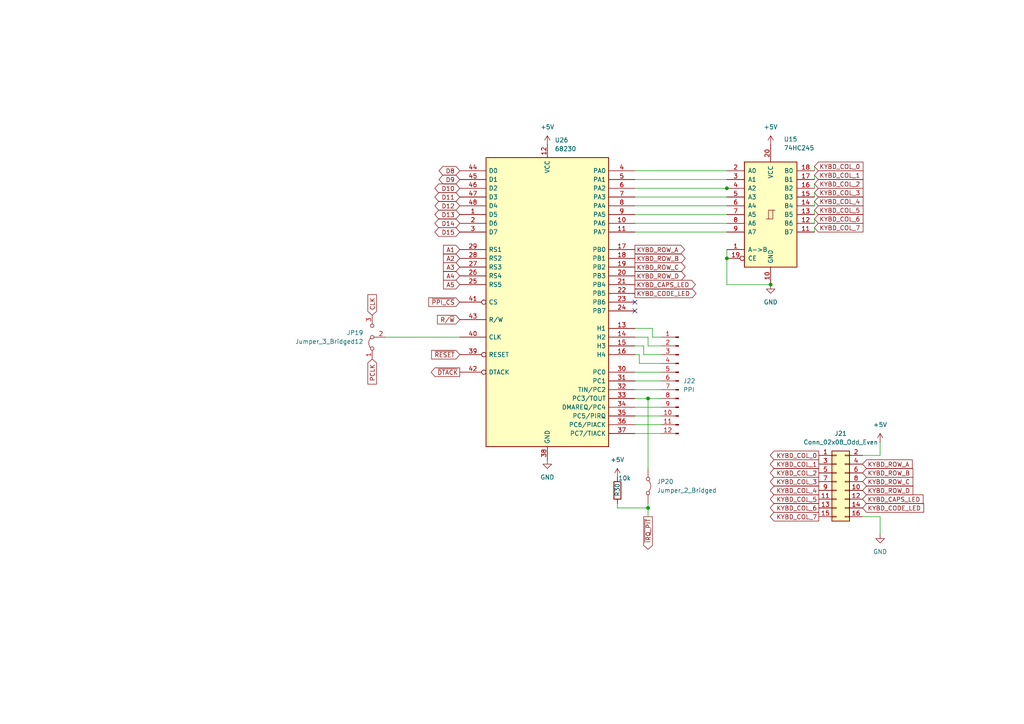
<source format=kicad_sch>
(kicad_sch (version 20250114) (generator "eeschema") (generator_version "9.0")
  (paper "A4")
  (lib_symbols
    (symbol "+5V_1" (power) (pin_numbers (hide yes)) (pin_names (offset 0) (hide yes))
      (property "Value" "+5V" (at 0 3.556 0))
      (symbol "+5V_1_0_1"
        (polyline (pts (xy -0.762 1.27) (xy 0 2.54)))
        (polyline (pts (xy 0 2.54) (xy 0.762 1.27)))
        (polyline (pts (xy 0 0) (xy 0 2.54)))
      )
      (symbol "+5V_1_1_1"
        (pin power_in line (at 0 0 90) (length 0) (name "~") (number "1"))
      )
    )
    (symbol "74xx:74HC245" (pin_names (offset 1.016))
      (property "Reference" "U" (at -7.62 16.51 0))
      (property "Value" "74HC245" (at -7.62 -16.51 0))
      (symbol "74HC245_1_0"
        (polyline (pts (xy -1.27 -1.27) (xy 0.635 -1.27) (xy 0.635 1.27) (xy 1.27 1.27)))
        (polyline (pts (xy -0.635 -1.27) (xy -0.635 1.27) (xy 0.635 1.27)))
        (pin tri_state line (at -12.7 12.7 0) (length 5.08) (name "A0") (number "2"))
        (pin tri_state line (at -12.7 10.16 0) (length 5.08) (name "A1") (number "3"))
        (pin tri_state line (at -12.7 7.62 0) (length 5.08) (name "A2") (number "4"))
        (pin tri_state line (at -12.7 5.08 0) (length 5.08) (name "A3") (number "5"))
        (pin tri_state line (at -12.7 2.54 0) (length 5.08) (name "A4") (number "6"))
        (pin tri_state line (at -12.7 0 0) (length 5.08) (name "A5") (number "7"))
        (pin tri_state line (at -12.7 -2.54 0) (length 5.08) (name "A6") (number "8"))
        (pin tri_state line (at -12.7 -5.08 0) (length 5.08) (name "A7") (number "9"))
        (pin input line (at -12.7 -10.16 0) (length 5.08) (name "A->B") (number "1"))
        (pin input inverted (at -12.7 -12.7 0) (length 5.08) (name "CE") (number "19"))
        (pin power_in line (at 0 20.32 270) (length 5.08) (name "VCC") (number "20"))
        (pin power_in line (at 0 -20.32 90) (length 5.08) (name "GND") (number "10"))
        (pin tri_state line (at 12.7 12.7 180) (length 5.08) (name "B0") (number "18"))
        (pin tri_state line (at 12.7 10.16 180) (length 5.08) (name "B1") (number "17"))
        (pin tri_state line (at 12.7 7.62 180) (length 5.08) (name "B2") (number "16"))
        (pin tri_state line (at 12.7 5.08 180) (length 5.08) (name "B3") (number "15"))
        (pin tri_state line (at 12.7 2.54 180) (length 5.08) (name "B4") (number "14"))
        (pin tri_state line (at 12.7 0 180) (length 5.08) (name "B5") (number "13"))
        (pin tri_state line (at 12.7 -2.54 180) (length 5.08) (name "B6") (number "12"))
        (pin tri_state line (at 12.7 -5.08 180) (length 5.08) (name "B7") (number "11"))
      )
      (symbol "74HC245_1_1"
        (rectangle (start -7.62 15.24) (end 7.62 -15.24) (stroke (width 0.254)) (fill (type background)))
      )
    )
    (symbol "Connector:Conn_01x12_Pin" (pin_names (offset 1.016) (hide yes))
      (property "Reference" "J" (at 0 15.24 0))
      (property "Value" "Conn_01x12_Pin" (at 0 -17.78 0))
      (symbol "Conn_01x12_Pin_1_1"
        (rectangle (start 0.8636 12.827) (end 0 12.573) (stroke (width 0.1524)) (fill (type outline)))
        (rectangle (start 0.8636 10.287) (end 0 10.033) (stroke (width 0.1524)) (fill (type outline)))
        (rectangle (start 0.8636 7.747) (end 0 7.493) (stroke (width 0.1524)) (fill (type outline)))
        (rectangle (start 0.8636 5.207) (end 0 4.953) (stroke (width 0.1524)) (fill (type outline)))
        (rectangle (start 0.8636 2.667) (end 0 2.413) (stroke (width 0.1524)) (fill (type outline)))
        (rectangle (start 0.8636 0.127) (end 0 -0.127) (stroke (width 0.1524)) (fill (type outline)))
        (rectangle (start 0.8636 -2.413) (end 0 -2.667) (stroke (width 0.1524)) (fill (type outline)))
        (rectangle (start 0.8636 -4.953) (end 0 -5.207) (stroke (width 0.1524)) (fill (type outline)))
        (rectangle (start 0.8636 -7.493) (end 0 -7.747) (stroke (width 0.1524)) (fill (type outline)))
        (rectangle (start 0.8636 -10.033) (end 0 -10.287) (stroke (width 0.1524)) (fill (type outline)))
        (rectangle (start 0.8636 -12.573) (end 0 -12.827) (stroke (width 0.1524)) (fill (type outline)))
        (rectangle (start 0.8636 -15.113) (end 0 -15.367) (stroke (width 0.1524)) (fill (type outline)))
        (polyline (pts (xy 1.27 12.7) (xy 0.8636 12.7)) (stroke (width 0.1524)))
        (polyline (pts (xy 1.27 10.16) (xy 0.8636 10.16)) (stroke (width 0.1524)))
        (polyline (pts (xy 1.27 7.62) (xy 0.8636 7.62)) (stroke (width 0.1524)))
        (polyline (pts (xy 1.27 5.08) (xy 0.8636 5.08)) (stroke (width 0.1524)))
        (polyline (pts (xy 1.27 2.54) (xy 0.8636 2.54)) (stroke (width 0.1524)))
        (polyline (pts (xy 1.27 0) (xy 0.8636 0)) (stroke (width 0.1524)))
        (polyline (pts (xy 1.27 -2.54) (xy 0.8636 -2.54)) (stroke (width 0.1524)))
        (polyline (pts (xy 1.27 -5.08) (xy 0.8636 -5.08)) (stroke (width 0.1524)))
        (polyline (pts (xy 1.27 -7.62) (xy 0.8636 -7.62)) (stroke (width 0.1524)))
        (polyline (pts (xy 1.27 -10.16) (xy 0.8636 -10.16)) (stroke (width 0.1524)))
        (polyline (pts (xy 1.27 -12.7) (xy 0.8636 -12.7)) (stroke (width 0.1524)))
        (polyline (pts (xy 1.27 -15.24) (xy 0.8636 -15.24)) (stroke (width 0.1524)))
        (pin passive line (at 5.08 12.7 180) (length 3.81) (name "Pin_1") (number "1"))
        (pin passive line (at 5.08 10.16 180) (length 3.81) (name "Pin_2") (number "2"))
        (pin passive line (at 5.08 7.62 180) (length 3.81) (name "Pin_3") (number "3"))
        (pin passive line (at 5.08 5.08 180) (length 3.81) (name "Pin_4") (number "4"))
        (pin passive line (at 5.08 2.54 180) (length 3.81) (name "Pin_5") (number "5"))
        (pin passive line (at 5.08 0 180) (length 3.81) (name "Pin_6") (number "6"))
        (pin passive line (at 5.08 -2.54 180) (length 3.81) (name "Pin_7") (number "7"))
        (pin passive line (at 5.08 -5.08 180) (length 3.81) (name "Pin_8") (number "8"))
        (pin passive line (at 5.08 -7.62 180) (length 3.81) (name "Pin_9") (number "9"))
        (pin passive line (at 5.08 -10.16 180) (length 3.81) (name "Pin_10") (number "10"))
        (pin passive line (at 5.08 -12.7 180) (length 3.81) (name "Pin_11") (number "11"))
        (pin passive line (at 5.08 -15.24 180) (length 3.81) (name "Pin_12") (number "12"))
      )
    )
    (symbol "Connector_Generic:Conn_02x08_Odd_Even" (pin_names (offset 1.016) (hide yes))
      (property "Reference" "J" (at 1.27 10.16 0))
      (property "Value" "Conn_02x08_Odd_Even" (at 1.27 -12.7 0))
      (symbol "Conn_02x08_Odd_Even_1_1"
        (rectangle (start -1.27 8.89) (end 3.81 -11.43) (stroke (width 0.254)) (fill (type background)))
        (rectangle (start -1.27 7.747) (end 0 7.493) (stroke (width 0.1524)))
        (rectangle (start -1.27 5.207) (end 0 4.953) (stroke (width 0.1524)))
        (rectangle (start -1.27 2.667) (end 0 2.413) (stroke (width 0.1524)))
        (rectangle (start -1.27 0.127) (end 0 -0.127) (stroke (width 0.1524)))
        (rectangle (start -1.27 -2.413) (end 0 -2.667) (stroke (width 0.1524)))
        (rectangle (start -1.27 -4.953) (end 0 -5.207) (stroke (width 0.1524)))
        (rectangle (start -1.27 -7.493) (end 0 -7.747) (stroke (width 0.1524)))
        (rectangle (start -1.27 -10.033) (end 0 -10.287) (stroke (width 0.1524)))
        (rectangle (start 3.81 7.747) (end 2.54 7.493) (stroke (width 0.1524)))
        (rectangle (start 3.81 5.207) (end 2.54 4.953) (stroke (width 0.1524)))
        (rectangle (start 3.81 2.667) (end 2.54 2.413) (stroke (width 0.1524)))
        (rectangle (start 3.81 0.127) (end 2.54 -0.127) (stroke (width 0.1524)))
        (rectangle (start 3.81 -2.413) (end 2.54 -2.667) (stroke (width 0.1524)))
        (rectangle (start 3.81 -4.953) (end 2.54 -5.207) (stroke (width 0.1524)))
        (rectangle (start 3.81 -7.493) (end 2.54 -7.747) (stroke (width 0.1524)))
        (rectangle (start 3.81 -10.033) (end 2.54 -10.287) (stroke (width 0.1524)))
        (pin passive line (at -5.08 7.62 0) (length 3.81) (name "Pin_1") (number "1"))
        (pin passive line (at -5.08 5.08 0) (length 3.81) (name "Pin_3") (number "3"))
        (pin passive line (at -5.08 2.54 0) (length 3.81) (name "Pin_5") (number "5"))
        (pin passive line (at -5.08 0 0) (length 3.81) (name "Pin_7") (number "7"))
        (pin passive line (at -5.08 -2.54 0) (length 3.81) (name "Pin_9") (number "9"))
        (pin passive line (at -5.08 -5.08 0) (length 3.81) (name "Pin_11") (number "11"))
        (pin passive line (at -5.08 -7.62 0) (length 3.81) (name "Pin_13") (number "13"))
        (pin passive line (at -5.08 -10.16 0) (length 3.81) (name "Pin_15") (number "15"))
        (pin passive line (at 7.62 7.62 180) (length 3.81) (name "Pin_2") (number "2"))
        (pin passive line (at 7.62 5.08 180) (length 3.81) (name "Pin_4") (number "4"))
        (pin passive line (at 7.62 2.54 180) (length 3.81) (name "Pin_6") (number "6"))
        (pin passive line (at 7.62 0 180) (length 3.81) (name "Pin_8") (number "8"))
        (pin passive line (at 7.62 -2.54 180) (length 3.81) (name "Pin_10") (number "10"))
        (pin passive line (at 7.62 -5.08 180) (length 3.81) (name "Pin_12") (number "12"))
        (pin passive line (at 7.62 -7.62 180) (length 3.81) (name "Pin_14") (number "14"))
        (pin passive line (at 7.62 -10.16 180) (length 3.81) (name "Pin_16") (number "16"))
      )
    )
    (symbol "Device:R" (pin_numbers (hide yes)) (pin_names (offset 0))
      (property "Reference" "R" (at 2.032 0 90))
      (property "Value" "R" (at 0 0 90))
      (symbol "R_0_1"
        (rectangle (start -1.016 -2.54) (end 1.016 2.54) (stroke (width 0.254)))
      )
      (symbol "R_1_1"
        (pin passive line (at 0 3.81 270) (length 1.27) (name "~") (number "1"))
        (pin passive line (at 0 -3.81 90) (length 1.27) (name "~") (number "2"))
      )
    )
    (symbol "GND_1" (power) (pin_numbers (hide yes)) (pin_names (offset 0) (hide yes))
      (property "Value" "GND" (at 0 -3.81 0))
      (symbol "GND_1_0_1"
        (polyline (pts (xy 0 0) (xy 0 -1.27) (xy 1.27 -1.27) (xy 0 -2.54) (xy -1.27 -1.27) (xy 0 -1.27)))
      )
      (symbol "GND_1_1_1"
        (pin power_in line (at 0 0 270) (length 0) (name "~") (number "1"))
      )
    )
    (symbol "Interface:68230" (pin_names (offset 0.762))
      (property "Reference" "U" (at 0 3.81 0))
      (property "Value" "68230" (at 0 -3.81 0))
      (symbol "68230_0_1"
        (rectangle (start -17.78 41.91) (end 17.78 -41.91) (stroke (width 0.254)) (fill (type background)))
      )
      (symbol "68230_1_1"
        (pin tri_state line (at -25.4 38.1 0) (length 7.62) (name "D0") (number "44"))
        (pin tri_state line (at -25.4 35.56 0) (length 7.62) (name "D1") (number "45"))
        (pin tri_state line (at -25.4 33.02 0) (length 7.62) (name "D2") (number "46"))
        (pin tri_state line (at -25.4 30.48 0) (length 7.62) (name "D3") (number "47"))
        (pin tri_state line (at -25.4 27.94 0) (length 7.62) (name "D4") (number "48"))
        (pin tri_state line (at -25.4 25.4 0) (length 7.62) (name "D5") (number "1"))
        (pin tri_state line (at -25.4 22.86 0) (length 7.62) (name "D6") (number "2"))
        (pin tri_state line (at -25.4 20.32 0) (length 7.62) (name "D7") (number "3"))
        (pin input line (at -25.4 15.24 0) (length 7.62) (name "RS1") (number "29"))
        (pin input line (at -25.4 12.7 0) (length 7.62) (name "RS2") (number "28"))
        (pin input line (at -25.4 10.16 0) (length 7.62) (name "RS3") (number "27"))
        (pin input line (at -25.4 7.62 0) (length 7.62) (name "RS4") (number "26"))
        (pin input line (at -25.4 5.08 0) (length 7.62) (name "RS5") (number "25"))
        (pin input inverted (at -25.4 0 0) (length 7.62) (name "CS") (number "41"))
        (pin input line (at -25.4 -5.08 0) (length 7.62) (name "R/W") (number "43"))
        (pin input line (at -25.4 -10.16 0) (length 7.62) (name "CLK") (number "40"))
        (pin input inverted (at -25.4 -15.24 0) (length 7.62) (name "RESET") (number "39"))
        (pin open_collector inverted (at -25.4 -20.32 0) (length 7.62) (name "DTACK") (number "42"))
        (pin power_in line (at 0 45.72 270) (length 3.81) (name "VCC") (number "12"))
        (pin power_in line (at 0 -45.72 90) (length 3.81) (name "GND") (number "38"))
        (pin bidirectional line (at 25.4 38.1 180) (length 7.62) (name "PA0") (number "4"))
        (pin bidirectional line (at 25.4 35.56 180) (length 7.62) (name "PA1") (number "5"))
        (pin bidirectional line (at 25.4 33.02 180) (length 7.62) (name "PA2") (number "6"))
        (pin bidirectional line (at 25.4 30.48 180) (length 7.62) (name "PA3") (number "7"))
        (pin bidirectional line (at 25.4 27.94 180) (length 7.62) (name "PA4") (number "8"))
        (pin bidirectional line (at 25.4 25.4 180) (length 7.62) (name "PA5") (number "9"))
        (pin bidirectional line (at 25.4 22.86 180) (length 7.62) (name "PA6") (number "10"))
        (pin bidirectional line (at 25.4 20.32 180) (length 7.62) (name "PA7") (number "11"))
        (pin bidirectional line (at 25.4 15.24 180) (length 7.62) (name "PB0") (number "17"))
        (pin bidirectional line (at 25.4 12.7 180) (length 7.62) (name "PB1") (number "18"))
        (pin bidirectional line (at 25.4 10.16 180) (length 7.62) (name "PB2") (number "19"))
        (pin bidirectional line (at 25.4 7.62 180) (length 7.62) (name "PB3") (number "20"))
        (pin bidirectional line (at 25.4 5.08 180) (length 7.62) (name "PB4") (number "21"))
        (pin bidirectional line (at 25.4 2.54 180) (length 7.62) (name "PB5") (number "22"))
        (pin bidirectional line (at 25.4 0 180) (length 7.62) (name "PB6") (number "23"))
        (pin bidirectional line (at 25.4 -2.54 180) (length 7.62) (name "PB7") (number "24"))
        (pin input line (at 25.4 -7.62 180) (length 7.62) (name "H1") (number "13"))
        (pin bidirectional line (at 25.4 -10.16 180) (length 7.62) (name "H2") (number "14"))
        (pin input line (at 25.4 -12.7 180) (length 7.62) (name "H3") (number "15"))
        (pin bidirectional line (at 25.4 -15.24 180) (length 7.62) (name "H4") (number "16"))
        (pin bidirectional line (at 25.4 -20.32 180) (length 7.62) (name "PC0") (number "30"))
        (pin bidirectional line (at 25.4 -22.86 180) (length 7.62) (name "PC1") (number "31"))
        (pin bidirectional line (at 25.4 -25.4 180) (length 7.62) (name "TIN/PC2") (number "32"))
        (pin bidirectional line (at 25.4 -27.94 180) (length 7.62) (name "PC3/TOUT") (number "33"))
        (pin bidirectional line (at 25.4 -30.48 180) (length 7.62) (name "DMAREQ/PC4") (number "34"))
        (pin bidirectional line (at 25.4 -33.02 180) (length 7.62) (name "PC5/PIRQ") (number "35"))
        (pin bidirectional line (at 25.4 -35.56 180) (length 7.62) (name "PC6/PIACK") (number "36"))
        (pin bidirectional line (at 25.4 -38.1 180) (length 7.62) (name "PC7/TIACK") (number "37"))
      )
    )
    (symbol "Jumper:Jumper_2_Bridged" (pin_numbers (hide yes)) (pin_names (offset 0) (hide yes))
      (property "Reference" "JP" (at 0 1.905 0))
      (property "Value" "Jumper_2_Bridged" (at 0 -2.54 0))
      (symbol "Jumper_2_Bridged_0_0"
        (circle (center -2.032 0) (radius 0.508))
        (circle (center 2.032 0) (radius 0.508))
      )
      (symbol "Jumper_2_Bridged_0_1"
        (arc (start -1.524 0.254) (mid 0 0.762) (end 1.524 0.254))
      )
      (symbol "Jumper_2_Bridged_1_1"
        (pin passive line (at -5.08 0 0) (length 2.54) (name "A") (number "1"))
        (pin passive line (at 5.08 0 180) (length 2.54) (name "B") (number "2"))
      )
    )
    (symbol "Jumper:Jumper_3_Bridged12" (pin_names (offset 0) (hide yes)) (in_bom no)
      (property "Reference" "JP" (at -2.54 -2.54 0))
      (property "Value" "Jumper_3_Bridged12" (at 0 2.794 0))
      (symbol "Jumper_3_Bridged12_0_0"
        (circle (center -3.302 0) (radius 0.508))
        (circle (center 0 0) (radius 0.508))
        (circle (center 3.302 0) (radius 0.508))
      )
      (symbol "Jumper_3_Bridged12_0_1"
        (arc (start -3.048 0.508) (mid -1.651 0.9912) (end -0.254 0.508))
        (polyline (pts (xy 0 -1.27) (xy 0 -0.508)))
      )
      (symbol "Jumper_3_Bridged12_1_1"
        (pin passive line (at -6.35 0 0) (length 2.54) (name "A") (number "1"))
        (pin passive line (at 0 -3.81 90) (length 2.54) (name "C") (number "2"))
        (pin passive line (at 6.35 0 180) (length 2.54) (name "B") (number "3"))
      )
    )
    (symbol "power:+5V" (power) (pin_numbers (hide yes)) (pin_names (offset 0) (hide yes))
      (property "Value" "+5V" (at 0 3.556 0))
      (symbol "+5V_0_1"
        (polyline (pts (xy -0.762 1.27) (xy 0 2.54)))
        (polyline (pts (xy 0 2.54) (xy 0.762 1.27)))
        (polyline (pts (xy 0 0) (xy 0 2.54)))
      )
      (symbol "+5V_1_1"
        (pin power_in line (at 0 0 90) (length 0) (name "~") (number "1"))
      )
    )
    (symbol "power:GND" (power) (pin_numbers (hide yes)) (pin_names (offset 0) (hide yes))
      (property "Value" "GND" (at 0 -3.81 0))
      (symbol "GND_0_1"
        (polyline (pts (xy 0 0) (xy 0 -1.27) (xy 1.27 -1.27) (xy 0 -2.54) (xy -1.27 -1.27) (xy 0 -1.27)))
      )
      (symbol "GND_1_1"
        (pin power_in line (at 0 0 270) (length 0) (name "~") (number "1"))
      )
    )
  )
  (junction (at 210.82 74.93))
  (junction (at 223.52 82.55))
  (junction (at 187.96 147.32))
  (junction (at 187.96 115.57))
  (junction (at 210.82 54.61))
  (no_connect (at 184.15 87.63))
  (no_connect (at 184.15 90.17))
  (wire (pts (xy 184.15 97.79) (xy 187.96 97.79)))
  (wire (pts (xy 184.15 125.73) (xy 191.77 125.73)))
  (wire (pts (xy 184.15 113.03) (xy 191.77 113.03)))
  (wire (pts (xy 184.15 107.95) (xy 191.77 107.95)))
  (wire (pts (xy 179.07 147.32) (xy 187.96 147.32)))
  (wire (pts (xy 184.15 123.19) (xy 191.77 123.19)))
  (wire (pts (xy 210.82 54.61) (xy 212.09 54.61)))
  (wire (pts (xy 236.22 62.23) (xy 236.22 60.96)))
  (wire (pts (xy 189.23 97.79) (xy 191.77 97.79)))
  (wire (pts (xy 236.22 59.69) (xy 236.22 58.42)))
  (wire (pts (xy 191.77 102.87) (xy 186.69 102.87)))
  (wire (pts (xy 187.96 100.33) (xy 191.77 100.33)))
  (wire (pts (xy 179.07 146.05) (xy 179.07 147.32)))
  (wire (pts (xy 185.42 102.87) (xy 185.42 105.41)))
  (wire (pts (xy 236.22 54.61) (xy 236.22 53.34)))
  (wire (pts (xy 184.15 115.57) (xy 187.96 115.57)))
  (wire (pts (xy 187.96 147.32) (xy 187.96 149.86)))
  (wire (pts (xy 184.15 49.53) (xy 210.82 49.53)))
  (wire (pts (xy 255.27 128.27) (xy 255.27 132.08)))
  (wire (pts (xy 223.52 82.55) (xy 210.82 82.55)))
  (wire (pts (xy 236.22 49.53) (xy 236.22 48.26)))
  (wire (pts (xy 184.15 54.61) (xy 210.82 54.61)))
  (wire (pts (xy 184.15 67.31) (xy 210.82 67.31)))
  (wire (pts (xy 187.96 115.57) (xy 191.77 115.57)))
  (wire (pts (xy 255.27 132.08) (xy 250.19 132.08)))
  (wire (pts (xy 111.76 97.79) (xy 133.35 97.79)))
  (wire (pts (xy 187.96 115.57) (xy 187.96 135.89)))
  (wire (pts (xy 210.82 82.55) (xy 210.82 74.93)))
  (wire (pts (xy 184.15 102.87) (xy 185.42 102.87)))
  (wire (pts (xy 184.15 52.07) (xy 210.82 52.07)))
  (wire (pts (xy 184.15 118.11) (xy 191.77 118.11)))
  (wire (pts (xy 184.15 57.15) (xy 210.82 57.15)))
  (wire (pts (xy 184.15 62.23) (xy 210.82 62.23)))
  (wire (pts (xy 184.15 110.49) (xy 191.77 110.49)))
  (wire (pts (xy 236.22 52.07) (xy 236.22 50.8)))
  (wire (pts (xy 184.15 120.65) (xy 191.77 120.65)))
  (wire (pts (xy 236.22 64.77) (xy 236.22 63.5)))
  (wire (pts (xy 255.27 149.86) (xy 255.27 154.94)))
  (wire (pts (xy 186.69 102.87) (xy 186.69 100.33)))
  (wire (pts (xy 185.42 105.41) (xy 191.77 105.41)))
  (wire (pts (xy 186.69 100.33) (xy 184.15 100.33)))
  (wire (pts (xy 184.15 95.25) (xy 189.23 95.25)))
  (wire (pts (xy 189.23 95.25) (xy 189.23 97.79)))
  (wire (pts (xy 210.82 72.39) (xy 210.82 74.93)))
  (wire (pts (xy 187.96 97.79) (xy 187.96 100.33)))
  (wire (pts (xy 236.22 67.31) (xy 236.22 66.04)))
  (wire (pts (xy 184.15 59.69) (xy 210.82 59.69)))
  (wire (pts (xy 184.15 64.77) (xy 210.82 64.77)))
  (wire (pts (xy 250.19 149.86) (xy 255.27 149.86)))
  (wire (pts (xy 187.96 146.05) (xy 187.96 147.32)))
  (wire (pts (xy 236.22 57.15) (xy 236.22 55.88)))
  (global_label "KYBD_ROW_C" (shape input) (at 250.19 139.7 0) (property "Intersheetrefs" "${INTERSHEET_REFS}" (effects (hide yes))))
  (global_label "D8" (shape bidirectional) (at 133.35 49.53 180) (property "Intersheetrefs" "${INTERSHEET_REFS}" (effects (hide yes))))
  (global_label "KYBD_COL_6" (shape input) (at 236.22 63.5 0) (property "Intersheetrefs" "${INTERSHEET_REFS}" (effects (hide yes))))
  (global_label "KYBD_COL_1" (shape input) (at 236.22 50.8 0) (property "Intersheetrefs" "${INTERSHEET_REFS}" (effects (hide yes))))
  (global_label "KYBD_ROW_A" (shape output) (at 184.15 72.39 0) (property "Intersheetrefs" "${INTERSHEET_REFS}" (effects (hide yes))))
  (global_label "D14" (shape bidirectional) (at 133.35 64.77 180) (property "Intersheetrefs" "${INTERSHEET_REFS}" (effects (hide yes))))
  (global_label "KYBD_COL_0" (shape output) (at 237.49 132.08 180) (property "Intersheetrefs" "${INTERSHEET_REFS}" (effects (hide yes))))
  (global_label "KYBD_ROW_A" (shape input) (at 250.19 134.62 0) (property "Intersheetrefs" "${INTERSHEET_REFS}" (effects (hide yes))))
  (global_label "A4" (shape input) (at 133.35 80.01 180) (property "Intersheetrefs" "${INTERSHEET_REFS}" (effects (hide yes))))
  (global_label "R{slash}~{W}" (shape input) (at 133.35 92.71 180) (property "Intersheetrefs" "${INTERSHEET_REFS}" (effects (hide yes))))
  (global_label "KYBD_COL_1" (shape output) (at 237.49 134.62 180) (property "Intersheetrefs" "${INTERSHEET_REFS}" (effects (hide yes))))
  (global_label "D12" (shape bidirectional) (at 133.35 59.69 180) (property "Intersheetrefs" "${INTERSHEET_REFS}" (effects (hide yes))))
  (global_label "D9" (shape bidirectional) (at 133.35 52.07 180) (property "Intersheetrefs" "${INTERSHEET_REFS}" (effects (hide yes))))
  (global_label "D13" (shape bidirectional) (at 133.35 62.23 180) (property "Intersheetrefs" "${INTERSHEET_REFS}" (effects (hide yes))))
  (global_label "A1" (shape input) (at 133.35 72.39 180) (property "Intersheetrefs" "${INTERSHEET_REFS}" (effects (hide yes))))
  (global_label "KYBD_CODE_LED" (shape output) (at 184.15 85.09 0) (property "Intersheetrefs" "${INTERSHEET_REFS}" (effects (hide yes))))
  (global_label "KYBD_CODE_LED" (shape input) (at 250.19 147.32 0) (property "Intersheetrefs" "${INTERSHEET_REFS}" (effects (hide yes))))
  (global_label "A5" (shape input) (at 133.35 82.55 180) (property "Intersheetrefs" "${INTERSHEET_REFS}" (effects (hide yes))))
  (global_label "KYBD_COL_3" (shape input) (at 236.22 55.88 0) (property "Intersheetrefs" "${INTERSHEET_REFS}" (effects (hide yes))))
  (global_label "D10" (shape bidirectional) (at 133.35 54.61 180) (property "Intersheetrefs" "${INTERSHEET_REFS}" (effects (hide yes))))
  (global_label "D15" (shape bidirectional) (at 133.35 67.31 180) (property "Intersheetrefs" "${INTERSHEET_REFS}" (effects (hide yes))))
  (global_label "~{IRQ_PIT}" (shape output) (at 187.96 149.86 270) (property "Intersheetrefs" "${INTERSHEET_REFS}" (effects (hide yes))))
  (global_label "KYBD_COL_3" (shape output) (at 237.49 139.7 180) (property "Intersheetrefs" "${INTERSHEET_REFS}" (effects (hide yes))))
  (global_label "CLK" (shape input) (at 107.95 91.44 90) (property "Intersheetrefs" "${INTERSHEET_REFS}" (effects (hide yes))))
  (global_label "KYBD_COL_6" (shape output) (at 237.49 147.32 180) (property "Intersheetrefs" "${INTERSHEET_REFS}" (effects (hide yes))))
  (global_label "A3" (shape input) (at 133.35 77.47 180) (property "Intersheetrefs" "${INTERSHEET_REFS}" (effects (hide yes))))
  (global_label "KYBD_ROW_B" (shape output) (at 184.15 74.93 0) (property "Intersheetrefs" "${INTERSHEET_REFS}" (effects (hide yes))))
  (global_label "KYBD_CAPS_LED" (shape input) (at 250.19 144.78 0) (property "Intersheetrefs" "${INTERSHEET_REFS}" (effects (hide yes))))
  (global_label "KYBD_COL_4" (shape output) (at 237.49 142.24 180) (property "Intersheetrefs" "${INTERSHEET_REFS}" (effects (hide yes))))
  (global_label "KYBD_ROW_D" (shape input) (at 250.19 142.24 0) (property "Intersheetrefs" "${INTERSHEET_REFS}" (effects (hide yes))))
  (global_label "KYBD_COL_7" (shape input) (at 236.22 66.04 0) (property "Intersheetrefs" "${INTERSHEET_REFS}" (effects (hide yes))))
  (global_label "KYBD_COL_2" (shape input) (at 236.22 53.34 0) (property "Intersheetrefs" "${INTERSHEET_REFS}" (effects (hide yes))))
  (global_label "KYBD_ROW_D" (shape output) (at 184.15 80.01 0) (property "Intersheetrefs" "${INTERSHEET_REFS}" (effects (hide yes))))
  (global_label "KYBD_COL_7" (shape output) (at 237.49 149.86 180) (property "Intersheetrefs" "${INTERSHEET_REFS}" (effects (hide yes))))
  (global_label "KYBD_COL_5" (shape input) (at 236.22 60.96 0) (property "Intersheetrefs" "${INTERSHEET_REFS}" (effects (hide yes))))
  (global_label "A2" (shape input) (at 133.35 74.93 180) (property "Intersheetrefs" "${INTERSHEET_REFS}" (effects (hide yes))))
  (global_label "D11" (shape bidirectional) (at 133.35 57.15 180) (property "Intersheetrefs" "${INTERSHEET_REFS}" (effects (hide yes))))
  (global_label "KYBD_COL_5" (shape output) (at 237.49 144.78 180) (property "Intersheetrefs" "${INTERSHEET_REFS}" (effects (hide yes))))
  (global_label "KYBD_COL_2" (shape output) (at 237.49 137.16 180) (property "Intersheetrefs" "${INTERSHEET_REFS}" (effects (hide yes))))
  (global_label "KYBD_COL_0" (shape input) (at 236.22 48.26 0) (property "Intersheetrefs" "${INTERSHEET_REFS}" (effects (hide yes))))
  (global_label "~{RESET}" (shape input) (at 133.35 102.87 180) (property "Intersheetrefs" "${INTERSHEET_REFS}" (effects (hide yes))))
  (global_label "KYBD_ROW_C" (shape output) (at 184.15 77.47 0) (property "Intersheetrefs" "${INTERSHEET_REFS}" (effects (hide yes))))
  (global_label "KYBD_ROW_B" (shape input) (at 250.19 137.16 0) (property "Intersheetrefs" "${INTERSHEET_REFS}" (effects (hide yes))))
  (global_label "KYBD_CAPS_LED" (shape output) (at 184.15 82.55 0) (property "Intersheetrefs" "${INTERSHEET_REFS}" (effects (hide yes))))
  (global_label "~{DTACK}" (shape output) (at 133.35 107.95 180) (property "Intersheetrefs" "${INTERSHEET_REFS}" (effects (hide yes))))
  (global_label "PCLK" (shape input) (at 107.95 104.14 270) (property "Intersheetrefs" "${INTERSHEET_REFS}" (effects (hide yes))))
  (global_label "~{PPI_CS}" (shape input) (at 133.35 87.63 180) (property "Intersheetrefs" "${INTERSHEET_REFS}" (effects (hide yes))))
  (global_label "KYBD_COL_4" (shape input) (at 236.22 58.42 0) (property "Intersheetrefs" "${INTERSHEET_REFS}" (effects (hide yes))))
  (symbol (lib_name "+5V_1") (lib_id "power:+5V") (at 255.27 128.27 0) (unit 1)
    (property "Reference" "#PWR016" (effects (hide yes)))
    (property "Value" "+5V" (at 255.27 123.19 0))
    (property "Description" "Power symbol creates a global label with name \"+5V\"" (effects (hide yes)))
  )
  (symbol (lib_name "GND_1") (lib_id "power:GND") (at 223.52 82.55 0) (unit 1)
    (property "Reference" "#PWR050" (effects (hide yes)))
    (property "Value" "GND" (at 223.52 87.63 0))
    (property "Description" "Power symbol creates a global label with name \"GND\" , ground" (effects (hide yes)))
  )
  (symbol (lib_id "Device:R") (at 179.07 142.24 180) (unit 1)
    (property "Reference" "R30" (at 179.07 144.018 90) (effects (justify right)))
    (property "Value" "10k" (at 179.324 138.684 0) (effects (justify right)))
    (property "Footprint" "Resistor_THT:R_Axial_DIN0207_L6.3mm_D2.5mm_P10.16mm_Horizontal" (effects (hide yes)))
    (property "Description" "Resistor" (effects (hide yes)))
  )
  (symbol (lib_id "Jumper:Jumper_3_Bridged12") (at 107.95 97.79 90) (unit 1) (in_bom no)
    (property "Reference" "JP19" (at 105.41 96.5199 90) (effects (justify left)))
    (property "Value" "Jumper_3_Bridged12" (at 105.41 99.0599 90) (effects (justify left)))
    (property "Footprint" "Connector_PinHeader_2.54mm:PinHeader_1x03_P2.54mm_Vertical" (effects (hide yes)))
    (property "Description" "Jumper, 3-pole, pins 1+2 closed/bridged" (effects (hide yes)))
  )
  (symbol (lib_id "Connector_Generic:Conn_02x08_Odd_Even") (at 242.57 139.7 0) (unit 1)
    (property "Reference" "J21" (at 243.84 125.73 0))
    (property "Value" "Conn_02x08_Odd_Even" (at 243.84 128.27 0))
    (property "Footprint" "Connector_IDC:IDC-Header_2x08_P2.54mm_Vertical" (effects (hide yes)))
    (property "Description" "Generic connector, double row, 02x08, odd/even pin numbering scheme (row 1 odd numbers, row 2 even numbers), script generated (kicad-library-utils/schlib/autogen/connector/)" (effects (hide yes)))
  )
  (symbol (lib_name "GND_1") (lib_id "power:GND") (at 158.75 133.35 0) (unit 1)
    (property "Reference" "#PWR0123" (effects (hide yes)))
    (property "Value" "GND" (at 158.75 138.43 0))
    (property "Description" "Power symbol creates a global label with name \"GND\" , ground" (effects (hide yes)))
  )
  (symbol (lib_id "Connector:Conn_01x12_Pin") (at 196.85 110.49 0) (mirror y) (unit 1)
    (property "Reference" "J22" (at 198.12 110.4899 0) (effects (justify right)))
    (property "Value" "PPI" (at 198.12 113.0299 0) (effects (justify right)))
    (property "Footprint" "Connector_PinHeader_2.54mm:PinHeader_1x12_P2.54mm_Vertical" (effects (hide yes)))
    (property "Description" "Generic connector, single row, 01x12, script generated" (effects (hide yes)))
  )
  (symbol (lib_id "74xx:74HC245") (at 223.52 62.23 0) (unit 1)
    (property "Reference" "U15" (at 227.33 40.386 0) (effects (justify left)))
    (property "Value" "74HC245" (at 227.33 42.926 0) (effects (justify left)))
    (property "Datasheet" "http://www.ti.com/lit/gpn/sn74HC245" (effects (hide yes)))
    (property "Description" "Octal BUS Transceivers, 3-State outputs" (effects (hide yes)))
  )
  (symbol (lib_id "power:GND") (at 255.27 154.94 0) (unit 1)
    (property "Reference" "#PWR0145" (effects (hide yes)))
    (property "Value" "GND" (at 255.27 160.02 0))
    (property "Description" "Power symbol creates a global label with name \"GND\" , ground" (effects (hide yes)))
  )
  (symbol (lib_id "Interface:68230") (at 158.75 87.63 0) (unit 1)
    (property "Reference" "U26" (at 160.8933 40.64 0) (effects (justify left)))
    (property "Value" "68230" (at 160.8933 43.18 0) (effects (justify left)))
    (property "Footprint" "Package_DIP:DIP-48_W15.24mm_Socket_LongPads" (effects (hide yes)))
    (property "Description" "PIT Interface parallele et Timer" (effects (hide yes)))
  )
  (symbol (lib_id "power:+5V") (at 179.07 138.43 0) (unit 1)
    (property "Reference" "#PWR0124" (effects (hide yes)))
    (property "Value" "+5V" (at 179.07 133.35 0))
    (property "Description" "Power symbol creates a global label with name \"+5V\"" (effects (hide yes)))
  )
  (symbol (lib_id "power:+5V") (at 223.52 41.91 0) (unit 1)
    (property "Reference" "#PWR049" (effects (hide yes)))
    (property "Value" "+5V" (at 223.52 36.83 0))
    (property "Description" "Power symbol creates a global label with name \"+5V\"" (effects (hide yes)))
  )
  (symbol (lib_id "Jumper:Jumper_2_Bridged") (at 187.96 140.97 270) (unit 1)
    (property "Reference" "JP20" (at 190.5 139.6999 90) (effects (justify left)))
    (property "Value" "Jumper_2_Bridged" (at 190.5 142.2399 90) (effects (justify left)))
    (property "Footprint" "Connector_PinHeader_2.54mm:PinHeader_1x02_P2.54mm_Vertical" (effects (hide yes)))
    (property "Description" "Jumper, 2-pole, closed/bridged" (effects (hide yes)))
  )
  (symbol (lib_id "power:+5V") (at 158.75 41.91 0) (unit 1)
    (property "Reference" "#PWR0122" (effects (hide yes)))
    (property "Value" "+5V" (at 158.75 36.83 0))
    (property "Description" "Power symbol creates a global label with name \"+5V\"" (effects (hide yes)))
  )
)
</source>
